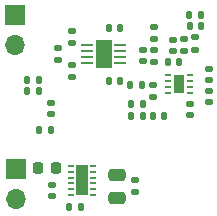
<source format=gbr>
%TF.GenerationSoftware,KiCad,Pcbnew,7.0.9*%
%TF.CreationDate,2024-03-10T22:23:53-07:00*%
%TF.ProjectId,P2.0,50322e30-2e6b-4696-9361-645f70636258,rev?*%
%TF.SameCoordinates,Original*%
%TF.FileFunction,Soldermask,Bot*%
%TF.FilePolarity,Negative*%
%FSLAX46Y46*%
G04 Gerber Fmt 4.6, Leading zero omitted, Abs format (unit mm)*
G04 Created by KiCad (PCBNEW 7.0.9) date 2024-03-10 22:23:53*
%MOMM*%
%LPD*%
G01*
G04 APERTURE LIST*
G04 Aperture macros list*
%AMRoundRect*
0 Rectangle with rounded corners*
0 $1 Rounding radius*
0 $2 $3 $4 $5 $6 $7 $8 $9 X,Y pos of 4 corners*
0 Add a 4 corners polygon primitive as box body*
4,1,4,$2,$3,$4,$5,$6,$7,$8,$9,$2,$3,0*
0 Add four circle primitives for the rounded corners*
1,1,$1+$1,$2,$3*
1,1,$1+$1,$4,$5*
1,1,$1+$1,$6,$7*
1,1,$1+$1,$8,$9*
0 Add four rect primitives between the rounded corners*
20,1,$1+$1,$2,$3,$4,$5,0*
20,1,$1+$1,$4,$5,$6,$7,0*
20,1,$1+$1,$6,$7,$8,$9,0*
20,1,$1+$1,$8,$9,$2,$3,0*%
G04 Aperture macros list end*
%ADD10R,0.500000X0.250000*%
%ADD11R,0.900000X1.600000*%
%ADD12R,1.450000X2.400000*%
%ADD13RoundRect,0.062500X-0.412500X-0.062500X0.412500X-0.062500X0.412500X0.062500X-0.412500X0.062500X0*%
%ADD14R,1.000000X2.650000*%
%ADD15O,1.700000X1.700000*%
%ADD16R,1.700000X1.700000*%
%ADD17RoundRect,0.140000X-0.170000X0.140000X-0.170000X-0.140000X0.170000X-0.140000X0.170000X0.140000X0*%
%ADD18RoundRect,0.135000X-0.135000X-0.185000X0.135000X-0.185000X0.135000X0.185000X-0.135000X0.185000X0*%
%ADD19RoundRect,0.135000X-0.185000X0.135000X-0.185000X-0.135000X0.185000X-0.135000X0.185000X0.135000X0*%
%ADD20RoundRect,0.140000X0.140000X0.170000X-0.140000X0.170000X-0.140000X-0.170000X0.140000X-0.170000X0*%
%ADD21RoundRect,0.140000X0.170000X-0.140000X0.170000X0.140000X-0.170000X0.140000X-0.170000X-0.140000X0*%
%ADD22RoundRect,0.140000X-0.140000X-0.170000X0.140000X-0.170000X0.140000X0.170000X-0.140000X0.170000X0*%
%ADD23RoundRect,0.135000X0.185000X-0.135000X0.185000X0.135000X-0.185000X0.135000X-0.185000X-0.135000X0*%
%ADD24RoundRect,0.250000X0.475000X-0.250000X0.475000X0.250000X-0.475000X0.250000X-0.475000X-0.250000X0*%
%ADD25RoundRect,0.218750X-0.218750X-0.256250X0.218750X-0.256250X0.218750X0.256250X-0.218750X0.256250X0*%
%ADD26RoundRect,0.135000X0.135000X0.185000X-0.135000X0.185000X-0.135000X-0.185000X0.135000X-0.185000X0*%
G04 APERTURE END LIST*
D10*
%TO.C,U2*%
X89400000Y-58300000D03*
X89400000Y-57800000D03*
X89400000Y-57300000D03*
X89400000Y-56800000D03*
X91300000Y-56800000D03*
X91300000Y-57300000D03*
X91300000Y-57800000D03*
X91300000Y-58300000D03*
D11*
X90350000Y-57550000D03*
%TD*%
D12*
%TO.C,U1*%
X83980000Y-55050000D03*
D13*
X85380000Y-55800000D03*
X85380000Y-55300000D03*
X85380000Y-54800000D03*
X85380000Y-54300000D03*
X82580000Y-54300000D03*
X82580000Y-54800000D03*
X82580000Y-55300000D03*
X82580000Y-55800000D03*
%TD*%
D10*
%TO.C,U3*%
X81200000Y-67000000D03*
X81200000Y-66500000D03*
X81200000Y-66000000D03*
X81200000Y-65500000D03*
X81200000Y-65000000D03*
X81200000Y-64500000D03*
X83100000Y-64500000D03*
X83100000Y-65000000D03*
X83100000Y-65500000D03*
X83100000Y-66000000D03*
X83100000Y-66500000D03*
X83100000Y-67000000D03*
D14*
X82150000Y-65750000D03*
%TD*%
D15*
%TO.C,J1*%
X76500000Y-54290000D03*
D16*
X76500000Y-51750000D03*
%TD*%
%TO.C,BT1*%
X76525000Y-64800000D03*
D15*
X76525000Y-67340000D03*
%TD*%
D17*
%TO.C,C4*%
X89850000Y-53840000D03*
X89850000Y-54800000D03*
%TD*%
D18*
%TO.C,R17*%
X78500000Y-57200000D03*
X77480000Y-57200000D03*
%TD*%
D19*
%TO.C,R1*%
X81280000Y-55990000D03*
X81280000Y-57010000D03*
%TD*%
D20*
%TO.C,C24*%
X90380000Y-55750000D03*
X89420000Y-55750000D03*
%TD*%
D21*
%TO.C,C26*%
X86600000Y-66700000D03*
X86600000Y-65740000D03*
%TD*%
D22*
%TO.C,C5*%
X92230000Y-52700000D03*
X91270000Y-52700000D03*
%TD*%
D19*
%TO.C,R5*%
X88250000Y-55720000D03*
X88250000Y-54700000D03*
%TD*%
D21*
%TO.C,C25*%
X91300000Y-60230000D03*
X91300000Y-59270000D03*
%TD*%
D23*
%TO.C,R2*%
X81280000Y-54110000D03*
X81280000Y-53090000D03*
%TD*%
D21*
%TO.C,C8*%
X79600000Y-67060000D03*
X79600000Y-66100000D03*
%TD*%
D22*
%TO.C,C23*%
X84420000Y-52800000D03*
X85380000Y-52800000D03*
%TD*%
D21*
%TO.C,C1*%
X87300000Y-54700000D03*
X87300000Y-55660000D03*
%TD*%
%TO.C,C7*%
X79550000Y-60110000D03*
X79550000Y-59150000D03*
%TD*%
D24*
%TO.C,C9*%
X85100000Y-67200000D03*
X85100000Y-65300000D03*
%TD*%
D18*
%TO.C,R14*%
X78490000Y-61450000D03*
X79510000Y-61450000D03*
%TD*%
D25*
%TO.C,L1*%
X79987500Y-64700000D03*
X78412500Y-64700000D03*
%TD*%
D26*
%TO.C,R10*%
X86280000Y-60300000D03*
X87300000Y-60300000D03*
%TD*%
D19*
%TO.C,R11*%
X90800000Y-53790000D03*
X90800000Y-54810000D03*
%TD*%
D26*
%TO.C,R16*%
X78500000Y-58190000D03*
X77480000Y-58190000D03*
%TD*%
%TO.C,R8*%
X92260000Y-51750000D03*
X91240000Y-51750000D03*
%TD*%
D22*
%TO.C,C22*%
X84420000Y-57300000D03*
X85380000Y-57300000D03*
%TD*%
D17*
%TO.C,C6*%
X92875000Y-56295000D03*
X92875000Y-57255000D03*
%TD*%
D21*
%TO.C,C3*%
X92875000Y-59105000D03*
X92875000Y-58145000D03*
%TD*%
D23*
%TO.C,R4*%
X88250000Y-53810000D03*
X88250000Y-52790000D03*
%TD*%
%TO.C,R3*%
X80080000Y-55570000D03*
X80080000Y-54550000D03*
%TD*%
%TO.C,R6*%
X88200000Y-58660000D03*
X88200000Y-57640000D03*
%TD*%
D20*
%TO.C,C2*%
X88170000Y-60300000D03*
X89130000Y-60300000D03*
%TD*%
D18*
%TO.C,R19*%
X81090000Y-68000000D03*
X82110000Y-68000000D03*
%TD*%
D26*
%TO.C,R9*%
X86280000Y-59300000D03*
X87300000Y-59300000D03*
%TD*%
%TO.C,R7*%
X87260000Y-57650000D03*
X86240000Y-57650000D03*
%TD*%
D19*
%TO.C,R12*%
X91750000Y-53640000D03*
X91750000Y-54660000D03*
%TD*%
M02*

</source>
